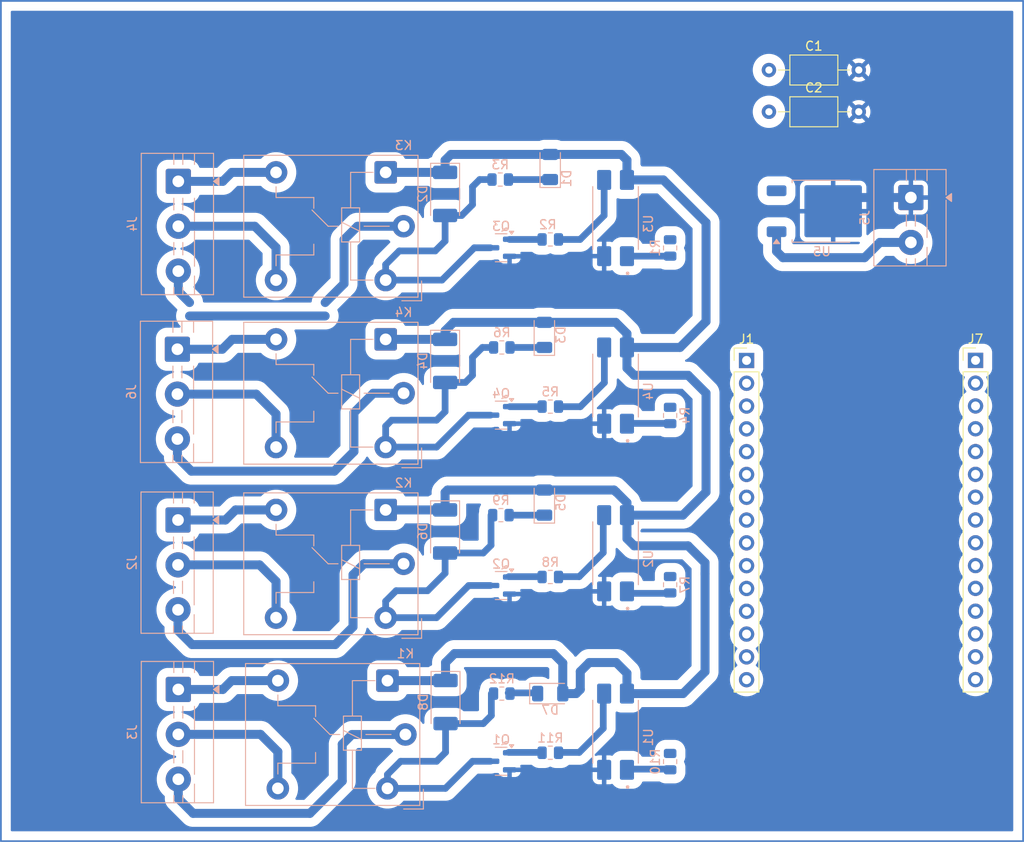
<source format=kicad_pcb>
(kicad_pcb (version 20241229) (generator "pcbnew") (generator_version "9.0")
  (layers (0 "F.Cu" signal) (2 "B.Cu" signal) (13 "F.Paste" user) (15 "B.Paste" user) (5 "F.SilkS" user "F.Silkscreen") (7 "B.SilkS" user "B.Silkscreen") (1 "F.Mask" user) (3 "B.Mask" user) (25 "Edge.Cuts" user))
  (net 0 "")
  (net 1 "Net-(D1-K)")
  (net 2 "Net-(D2-A)")
  (net 3 "Net-(D3-K)")
  (net 4 "Net-(D4-A)")
  (net 5 "Net-(D5-K)")
  (net 6 "Net-(D6-A)")
  (net 7 "Net-(D7-K)")
  (net 8 "Net-(D8-A)")
  (net 9 "NA3")
  (net 10 "NA4")
  (net 11 "NA1")
  (net 12 "NA2")
  (net 13 "GND")
  (net 14 "Net-(Q1-B)")
  (net 15 "Net-(Q2-B)")
  (net 16 "Net-(Q3-B)")
  (net 17 "Net-(Q4-B)")
  (net 18 "Net-(R1-Pad2)")
  (net 19 "Net-(R2-Pad1)")
  (net 20 "Net-(R4-Pad1)")
  (net 21 "Net-(R5-Pad1)")
  (net 22 "Net-(R7-Pad1)")
  (net 23 "Net-(R8-Pad1)")
  (net 24 "Net-(R10-Pad2)")
  (net 25 "Net-(R11-Pad1)")
  (net 26 "COM4")
  (net 27 "NC4")
  (net 28 "COM2")
  (net 29 "NC2")
  (net 30 "NC1")
  (net 31 "COM3")
  (net 32 "NC3")
  (net 33 "Net-(J5-Pin_2)")
  (net 34 "COM1")
  (net 35 "D27")
  (net 36 "D26")
  (net 37 "VN")
  (net 38 "D33")
  (net 39 "VP")
  (net 40 "D13")
  (net 41 "D14")
  (net 42 "D32")
  (net 43 "D12")
  (net 44 "EN")
  (net 45 "VIN")
  (net 46 "D25")
  (net 47 "D34")
  (net 48 "D35")
  (net 49 "TX0")
  (net 50 "D5")
  (net 51 "D4")
  (net 52 "D23")
  (net 53 "D18")
  (net 54 "DX2")
  (net 55 "D19")
  (net 56 "D15")
  (net 57 "D21")
  (net 58 "D22")
  (net 59 "RX2")
  (net 60 "RX0")
  (net 61 "D2")
  (net 62 "3V3")
  (footprint "Connector_PinHeader_2.54mm:PinHeader_1x15_P2.54mm_Vertical" (layer "F.Cu") (at 162.51 56.35)
    (property "Reference" "J1" (at 0 -2.38 0) (layer "F.SilkS"))
    (property "Value" "Conn_01x15")
    (pad "1" thru_hole rect (at 0 0) (size 1.7 1.7) (drill 1) (layers "*.Cu" "*.Mask") (net 44 "EN"))
    (pad "2" thru_hole circle (at 0 2.54) (size 1.7 1.7) (drill 1) (layers "*.Cu" "*.Mask") (net 39 "VP"))
    (pad "3" thru_hole circle (at 0 5.08) (size 1.7 1.7) (drill 1) (layers "*.Cu" "*.Mask") (net 37 "VN"))
    (pad "4" thru_hole circle (at 0 7.62) (size 1.7 1.7) (drill 1) (layers "*.Cu" "*.Mask") (net 47 "D34"))
    (pad "5" thru_hole circle (at 0 10.16) (size 1.7 1.7) (drill 1) (layers "*.Cu" "*.Mask") (net 48 "D35"))
    (pad "6" thru_hole circle (at 0 12.7) (size 1.7 1.7) (drill 1) (layers "*.Cu" "*.Mask") (net 42 "D32"))
    (pad "7" thru_hole circle (at 0 15.24) (size 1.7 1.7) (drill 1) (layers "*.Cu" "*.Mask") (net 38 "D33"))
    (pad "8" thru_hole circle (at 0 17.78) (size 1.7 1.7) (drill 1) (layers "*.Cu" "*.Mask") (net 46 "D25"))
    (pad "9" thru_hole circle (at 0 20.32) (size 1.7 1.7) (drill 1) (layers "*.Cu" "*.Mask") (net 36 "D26"))
    (pad "10" thru_hole circle (at 0 22.86) (size 1.7 1.7) (drill 1) (layers "*.Cu" "*.Mask") (net 35 "D27"))
    (pad "11" thru_hole circle (at 0 25.4) (size 1.7 1.7) (drill 1) (layers "*.Cu" "*.Mask") (net 41 "D14"))
    (pad "12" thru_hole circle (at 0 27.94) (size 1.7 1.7) (drill 1) (layers "*.Cu" "*.Mask") (net 43 "D12"))
    (pad "13" thru_hole circle (at 0 30.48) (size 1.7 1.7) (drill 1) (layers "*.Cu" "*.Mask") (net 40 "D13"))
    (pad "14" thru_hole circle (at 0 33.02) (size 1.7 1.7) (drill 1) (layers "*.Cu" "*.Mask") (net 13 "GND"))
    (pad "15" thru_hole circle (at 0 35.56) (size 1.7 1.7) (drill 1) (layers "*.Cu" "*.Mask") (net 45 "VIN"))
  )
  (footprint "Capacitor_THT:C_Axial_L5.1mm_D3.1mm_P10.00mm_Horizontal" (layer "F.Cu") (at 165 28.65)
    (property "Reference" "C2" (at 5 -2.67 0) (layer "F.SilkS"))
    (property "Value" "C_Small")
    (pad "1" thru_hole circle (at 0 0) (size 1.6 1.6) (drill 0.8) (layers "*.Cu" "*.Mask") (net 45 "VIN"))
    (pad "2" thru_hole circle (at 10 0) (size 1.6 1.6) (drill 0.8) (layers "*.Cu" "*.Mask") (net 13 "GND"))
  )
  (footprint "Connector_PinHeader_2.54mm:PinHeader_1x15_P2.54mm_Vertical" (layer "F.Cu") (at 188 56.34)
    (property "Reference" "J7" (at 0 -2.38 0) (layer "F.SilkS"))
    (property "Value" "Conn_01x15")
    (pad "1" thru_hole rect (at 0 0) (size 1.7 1.7) (drill 1) (layers "*.Cu" "*.Mask") (net 62 "3V3"))
    (pad "2" thru_hole circle (at 0 2.54) (size 1.7 1.7) (drill 1) (layers "*.Cu" "*.Mask") (net 13 "GND"))
    (pad "3" thru_hole circle (at 0 5.08) (size 1.7 1.7) (drill 1) (layers "*.Cu" "*.Mask") (net 56 "D15"))
    (pad "4" thru_hole circle (at 0 7.62) (size 1.7 1.7) (drill 1) (layers "*.Cu" "*.Mask") (net 61 "D2"))
    (pad "5" thru_hole circle (at 0 10.16) (size 1.7 1.7) (drill 1) (layers "*.Cu" "*.Mask") (net 51 "D4"))
    (pad "6" thru_hole circle (at 0 12.7) (size 1.7 1.7) (drill 1) (layers "*.Cu" "*.Mask") (net 59 "RX2"))
    (pad "7" thru_hole circle (at 0 15.24) (size 1.7 1.7) (drill 1) (layers "*.Cu" "*.Mask") (net 54 "DX2"))
    (pad "8" thru_hole circle (at 0 17.78) (size 1.7 1.7) (drill 1) (layers "*.Cu" "*.Mask") (net 50 "D5"))
    (pad "9" thru_hole circle (at 0 20.32) (size 1.7 1.7) (drill 1) (layers "*.Cu" "*.Mask") (net 53 "D18"))
    (pad "10" thru_hole circle (at 0 22.86) (size 1.7 1.7) (drill 1) (layers "*.Cu" "*.Mask") (net 55 "D19"))
    (pad "11" thru_hole circle (at 0 25.4) (size 1.7 1.7) (drill 1) (layers "*.Cu" "*.Mask") (net 57 "D21"))
    (pad "12" thru_hole circle (at 0 27.94) (size 1.7 1.7) (drill 1) (layers "*.Cu" "*.Mask") (net 60 "RX0"))
    (pad "13" thru_hole circle (at 0 30.48) (size 1.7 1.7) (drill 1) (layers "*.Cu" "*.Mask") (net 49 "TX0"))
    (pad "14" thru_hole circle (at 0 33.02) (size 1.7 1.7) (drill 1) (layers "*.Cu" "*.Mask") (net 58 "D22"))
    (pad "15" thru_hole circle (at 0 35.56) (size 1.7 1.7) (drill 1) (layers "*.Cu" "*.Mask") (net 52 "D23"))
  )
  (footprint "Capacitor_THT:C_Axial_L5.1mm_D3.1mm_P10.00mm_Horizontal" (layer "F.Cu") (at 165 24)
    (property "Reference" "C1" (at 5 -2.67 0) (layer "F.SilkS"))
    (property "Value" "C_Small")
    (pad "1" thru_hole circle (at 0 0) (size 1.6 1.6) (drill 0.8) (layers "*.Cu" "*.Mask") (net 45 "VIN"))
    (pad "2" thru_hole circle (at 10 0) (size 1.6 1.6) (drill 0.8) (layers "*.Cu" "*.Mask") (net 13 "GND"))
  )
  (footprint "Resistor_SMD:R_0805_2012Metric" (layer "B.Cu") (at 154 43.82 -90)
    (property "Reference" "R1" (at 0 1.65 90) (layer "B.SilkS") (effects (justify mirror)))
    (property "Value" "220")
    (pad "1" smd roundrect (at -0.9125 0 270) (size 1.025 1.4) (layers "B.Cu" "B.Mask" "B.Paste") (roundrect_rratio 0.243902) (net 53 "D18"))
    (pad "2" smd roundrect (at 0.9125 0 270) (size 1.025 1.4) (layers "B.Cu" "B.Mask" "B.Paste") (roundrect_rratio 0.243902) (net 18 "Net-(R1-Pad2)"))
  )
  (footprint "PC817SMD:SOIC254P1000X400-4N" (layer "B.Cu") (at 147.925 59.1475 90)
    (property "Reference" "U4" (at -0.625 3.652 90) (layer "B.SilkS") (effects (justify mirror)))
    (property "Value" "PC817")
    (pad "1" smd roundrect (at -4.245 1.27 90) (size 2.22 1.57) (layers "B.Cu" "B.Mask" "B.Paste") (roundrect_rratio 0.125) (net 20 "Net-(R4-Pad1)"))
    (pad "2" smd roundrect (at -4.245 -1.27 90) (size 2.22 1.57) (layers "B.Cu" "B.Mask" "B.Paste") (roundrect_rratio 0.125) (net 13 "GND"))
    (pad "3" smd roundrect (at 4.245 -1.27 90) (size 2.22 1.57) (layers "B.Cu" "B.Mask" "B.Paste") (roundrect_rratio 0.125) (net 21 "Net-(R5-Pad1)"))
    (pad "4" smd roundrect (at 4.245 1.27 90) (size 2.22 1.57) (layers "B.Cu" "B.Mask" "B.Paste") (roundrect_rratio 0.125) (net 45 "VIN"))
  )
  (footprint "Relay_THT:Relay_SPDT_Hongfa_JQC-3FF_0XX-1Z" (layer "B.Cu") (at 122.3325 54 180)
    (property "Reference" "K4" (at -2 3 0) (layer "B.SilkS") (effects (justify mirror)))
    (property "Value" "JQC-3FF-005-1Z")
    (pad "11" thru_hole circle (at -2 -6 180) (size 2.5 2.5) (drill 1.3) (layers "*.Cu" "*.Mask") (net 26 "COM4"))
    (pad "12" thru_hole circle (at 12.2 0 180) (size 2.5 2.5) (drill 1.3) (layers "*.Cu" "*.Mask") (net 10 "NA4"))
    (pad "14" thru_hole circle (at 12.2 -12 180) (size 2.5 2.5) (drill 1.3) (layers "*.Cu" "*.Mask") (net 27 "NC4"))
    (pad "A1" thru_hole roundrect (at 0 0 180) (size 2.5 2.5) (drill 1.3) (layers "*.Cu" "*.Mask") (roundrect_rratio 0.1) (net 45 "VIN"))
    (pad "A2" thru_hole circle (at 0 -12 180) (size 2.5 2.5) (drill 1.3) (layers "*.Cu" "*.Mask") (net 4 "Net-(D4-A)"))
  )
  (footprint "TerminalBlock:TerminalBlock_MaiXu_MX126-5.0-03P_1x03_P5.00mm" (layer "B.Cu") (at 99.15 55.1 -90)
    (property "Reference" "J6" (at 4.75 5.12 90) (layer "B.SilkS") (effects (justify mirror)))
    (property "Value" "Screw_Terminal_01x03")
    (pad "1" thru_hole roundrect (at 0 0 270) (size 2.8 2.8) (drill 1.3) (layers "*.Cu" "*.Mask") (roundrect_rratio 0.089286) (net 10 "NA4"))
    (pad "2" thru_hole circle (at 5 0 270) (size 2.8 2.8) (drill 1.3) (layers "*.Cu" "*.Mask") (net 27 "NC4"))
    (pad "3" thru_hole circle (at 10 0 270) (size 2.8 2.8) (drill 1.3) (layers "*.Cu" "*.Mask") (net 26 "COM4"))
  )
  (footprint "LED_SMD:LED_1206_3216Metric" (layer "B.Cu") (at 140.65 93.46)
    (property "Reference" "D7" (at 0 1.83 0) (layer "B.SilkS") (effects (justify mirror)))
    (property "Value" "led smd 1206")
    (pad "1" smd roundrect (at -1.4 0) (size 1.25 1.75) (layers "B.Cu" "B.Mask" "B.Paste") (roundrect_rratio 0.2) (net 7 "Net-(D7-K)"))
    (pad "2" smd roundrect (at 1.4 0) (size 1.25 1.75) (layers "B.Cu" "B.Mask" "B.Paste") (roundrect_rratio 0.2) (net 45 "VIN"))
  )
  (footprint "Resistor_SMD:R_0805_2012Metric" (layer "B.Cu") (at 154 101.0375 -90)
    (property "Reference" "R10" (at 0 1.65 90) (layer "B.SilkS") (effects (justify mirror)))
    (property "Value" "220")
    (pad "1" smd roundrect (at -0.9125 0 270) (size 1.025 1.4) (layers "B.Cu" "B.Mask" "B.Paste") (roundrect_rratio 0.243902) (net 57 "D21"))
    (pad "2" smd roundrect (at 0.9125 0 270) (size 1.025 1.4) (layers "B.Cu" "B.Mask" "B.Paste") (roundrect_rratio 0.243902) (net 24 "Net-(R10-Pad2)"))
  )
  (footprint "Resistor_SMD:R_0805_2012Metric" (layer "B.Cu") (at 135.2625 54.9025 180)
    (property "Reference" "R6" (at 0 1.65 0) (layer "B.SilkS") (effects (justify mirror)))
    (property "Value" "220")
    (pad "1" smd roundrect (at -0.9125 0 180) (size 1.025 1.4) (layers "B.Cu" "B.Mask" "B.Paste") (roundrect_rratio 0.243902) (net 3 "Net-(D3-K)"))
    (pad "2" smd roundrect (at 0.9125 0 180) (size 1.025 1.4) (layers "B.Cu" "B.Mask" "B.Paste") (roundrect_rratio 0.243902) (net 4 "Net-(D4-A)"))
  )
  (footprint "Package_TO_SOT_SMD:TO-252-2" (layer "B.Cu") (at 170.89 39.7275)
    (property "Reference" "U5" (at 0 4.5 0) (layer "B.SilkS") (effects (justify mirror)))
    (property "Value" "KA78M05_TO252")
    (pad "1" smd roundrect (at -5.04 2.28) (size 2.2 1.2) (layers "B.Cu" "B.Mask" "B.Paste") (roundrect_rratio 0.208333) (net 33 "Net-(J5-Pin_2)"))
    (pad "2" smd roundrect (at 1.26 0) (size 6.4 5.8) (layers "B.Cu" "B.Mask") (roundrect_rratio 0.043103) (net 13 "GND"))
    (pad "3" smd roundrect (at -5.04 -2.28) (size 2.2 1.2) (layers "B.Cu" "B.Mask" "B.Paste") (roundrect_rratio 0.208333) (net 45 "VIN"))
  )
  (footprint "Relay_THT:Relay_SPDT_Hongfa_JQC-3FF_0XX-1Z" (layer "B.Cu") (at 122.3325 35.4 180)
    (property "Reference" "K3" (at -2 3 0) (layer "B.SilkS") (effects (justify mirror)))
    (property "Value" "JQC-3FF-005-1Z")
    (pad "11" thru_hole circle (at -2 -6 180) (size 2.5 2.5) (drill 1.3) (layers "*.Cu" "*.Mask") (net 31 "COM3"))
    (pad "12" thru_hole circle (at 12.2 0 180) (size 2.5 2.5) (drill 1.3) (layers "*.Cu" "*.Mask") (net 9 "NA3"))
    (pad "14" thru_hole circle (at 12.2 -12 180) (size 2.5 2.5) (drill 1.3) (layers "*.Cu" "*.Mask") (net 32 "NC3"))
    (pad "A1" thru_hole roundrect (at 0 0 180) (size 2.5 2.5) (drill 1.3) (layers "*.Cu" "*.Mask") (roundrect_rratio 0.1) (net 45 "VIN"))
    (pad "A2" thru_hole circle (at 0 -12 180) (size 2.5 2.5) (drill 1.3) (layers "*.Cu" "*.Mask") (net 2 "Net-(D2-A)"))
  )
  (footprint "LED_SMD:LED_1206_3216Metric" (layer "B.Cu") (at 140.65 34.8 90)
    (property "Reference" "D1" (at -1.275 1.83 90) (layer "B.SilkS") (effects (justify mirror)))
    (property "Value" "led smd 1206")
    (pad "1" smd roundrect (at -1.4 0 90) (size 1.25 1.75) (layers "B.Cu" "B.Mask" "B.Paste") (roundrect_rratio 0.2) (net 1 "Net-(D1-K)"))
    (pad "2" smd roundrect (at 1.4 0 90) (size 1.25 1.75) (layers "B.Cu" "B.Mask" "B.Paste") (roundrect_rratio 0.2) (net 45 "VIN"))
  )
  (footprint "LED_SMD:LED_1206_3216Metric" (layer "B.Cu") (at 140 53.5025 90)
    (property "Reference" "D3" (at 0 1.83 90) (layer "B.SilkS") (effects (justify mirror)))
    (property "Value" "led smd 1206")
    (pad "1" smd roundrect (at -1.4 0 90) (size 1.25 1.75) (layers "B.Cu" "B.Mask" "B.Paste") (roundrect_rratio 0.2) (net 3 "Net-(D3-K)"))
    (pad "2" smd roundrect (at 1.4 0 90) (size 1.25 1.75) (layers "B.Cu" "B.Mask" "B.Paste") (roundrect_rratio 0.2) (net 45 "VIN"))
  )
  (footprint "Package_TO_SOT_SMD:SOT-23" (layer "B.Cu") (at 135.1875 81.4225 180)
    (property "Reference" "Q2" (at 0 2.4 0) (layer "B.SilkS") (effects (justify mirror)))
    (property "Value" "MMBT3904")
    (pad "1" smd roundrect (at -0.9375 0.95 180) (size 1.475 0.6) (layers "B.Cu" "B.Mask" "B.Paste") (net 15 "Net-(Q2-B)"))
    (pad "2" smd roundrect (at -0.9375 -0.95 180) (size 1.475 0.6) (layers "B.Cu" "B.Mask" "B.Paste") (net 13 "GND"))
    (pad "3" smd roundrect (at 0.9375 0 180) (size 1.475 0.6) (layers "B.Cu" "B.Mask" "B.Paste") (net 6 "Net-(D6-A)"))
  )
  (footprint "TerminalBlock:TerminalBlock_MaiXu_MX126-5.0-03P_1x03_P5.00mm" (layer "B.Cu") (at 99.2175 74.1225 -90)
    (property "Reference" "J2" (at 4.75 5.12 90) (layer "B.SilkS") (effects (justify mirror)))
    (property "Value" "Screw_Terminal_01x03")
    (pad "1" thru_hole roundrect (at 0 0 270) (size 2.8 2.8) (drill 1.3) (layers "*.Cu" "*.Mask") (roundrect_rratio 0.089286) (net 12 "NA2"))
    (pad "2" thru_hole circle (at 5 0 270) (size 2.8 2.8) (drill 1.3) (layers "*.Cu" "*.Mask") (net 29 "NC2"))
    (pad "3" thru_hole circle (at 10 0 270) (size 2.8 2.8) (drill 1.3) (layers "*.Cu" "*.Mask") (net 28 "COM2"))
  )
  (footprint "Relay_THT:Relay_SPDT_Hongfa_JQC-3FF_0XX-1Z" (layer "B.Cu") (at 122.3325 73 180)
    (property "Reference" "K2" (at -2 3 0) (layer "B.SilkS") (effects (justify mirror)))
    (property "Value" "JQC-3FF-005-1Z")
    (pad "11" thru_hole circle (at -2 -6 180) (size 2.5 2.5) (drill 1.3) (layers "*.Cu" "*.Mask") (net 28 "COM2"))
    (pad "12" thru_hole circle (at 12.2 0 180) (size 2.5 2.5) (drill 1.3) (layers "*.Cu" "*.Mask") (net 12 "NA2"))
    (pad "14" thru_hole circle (at 12.2 -12 180) (size 2.5 2.5) (drill 1.3) (layers "*.Cu" "*.Mask") (net 29 "NC2"))
    (pad "A1" thru_hole roundrect (at 0 0 180) (size 2.5 2.5) (drill 1.3) (layers "*.Cu" "*.Mask") (roundrect_rratio 0.1) (net 45 "VIN"))
    (pad "A2" thru_hole circle (at 0 -12 180) (size 2.5 2.5) (drill 1.3) (layers "*.Cu" "*.Mask") (net 6 "Net-(D6-A)"))
  )
  (footprint "Diode_SMD:D_MELF" (layer "B.Cu") (at 128.95 56.4 -90)
    (property "Reference" "D4" (at 0 2.5 90) (layer "B.SilkS") (effects (justify mirror)))
    (property "Value" "SM4007")
    (pad "1" smd roundrect (at -2.4 0 270) (size 1.5 2.7) (layers "B.Cu" "B.Mask" "B.Paste") (roundrect_rratio 0.1666666667) (net 45 "VIN"))
    (pad "2" smd roundrect (at 2.4 0 270) (size 1.5 2.7) (layers "B.Cu" "B.Mask" "B.Paste") (roundrect_rratio 0.1666666667) (net 4 "Net-(D4-A)"))
  )
  (footprint "Package_TO_SOT_SMD:SOT-23" (layer "B.Cu") (at 135.1875 62.4425 180)
    (property "Reference" "Q4" (at 0 2.4 0) (layer "B.SilkS") (effects (justify mirror)))
    (property "Value" "MMBT3904")
    (pad "1" smd roundrect (at -0.9375 0.95 180) (size 1.475 0.6) (layers "B.Cu" "B.Mask" "B.Paste") (net 17 "Net-(Q4-B)"))
    (pad "2" smd roundrect (at -0.9375 -0.95 180) (size 1.475 0.6) (layers "B.Cu" "B.Mask" "B.Paste") (net 13 "GND"))
    (pad "3" smd roundrect (at 0.9375 0 180) (size 1.475 0.6) (layers "B.Cu" "B.Mask" "B.Paste") (net 4 "Net-(D4-A)"))
  )
  (footprint "Resistor_SMD:R_0805_2012Metric" (layer "B.Cu") (at 140.6625 80.4725 180)
    (property "Reference" "R8" (at 0 1.65 0) (layer "B.SilkS") (effects (justify mirror)))
    (property "Value" "1k")
    (pad "1" smd roundrect (at -0.9125 0 180) (size 1.025 1.4) (layers "B.Cu" "B.Mask" "B.Paste") (roundrect_rratio 0.243902) (net 23 "Net-(R8-Pad1)"))
    (pad "2" smd roundrect (at 0.9125 0 180) (size 1.025 1.4) (layers "B.Cu" "B.Mask" "B.Paste") (roundrect_rratio 0.243902) (net 15 "Net-(Q2-B)"))
  )
  (footprint "Package_TO_SOT_SMD:SOT-23" (layer "B.Cu") (at 135.1875 43.8 180)
    (property "Reference" "Q3" (at 0 2.4 0) (layer "B.SilkS") (effects (justify mirror)))
    (property "Value" "MMBT3904")
    (pad "1" smd roundrect (at -0.9375 0.95 180) (size 1.475 0.6) (layers "B.Cu" "B.Mask" "B.Paste") (net 16 "Net-(Q3-B)"))
    (pad "2" smd roundrect (at -0.9375 -0.95 180) (size 1.475 0.6) (layers "B.Cu" "B.Mask" "B.Paste") (net 13 "GND"))
    (pad "3" smd roundrect (at 0.9375 0 180) (size 1.475 0.6) (layers "B.Cu" "B.Mask" "B.Paste") (net 2 "Net-(D2-A)"))
  )
  (footprint "Resistor_SMD:R_0805_2012Metric" (layer "B.Cu") (at 154 81.335 90)
    (property "Reference" "R7" (at 0 1.65 90) (layer "B.SilkS") (effects (justify mirror)))
    (property "Value" "220")
    (pad "1" smd roundrect (at -0.9125 0 90) (size 1.025 1.4) (layers "B.Cu" "B.Mask" "B.Paste") (roundrect_rratio 0.243902) (net 22 "Net-(R7-Pad1)"))
    (pad "2" smd roundrect (at 0.9125 0 90) (size 1.025 1.4) (layers "B.Cu" "B.Mask" "B.Paste") (roundrect_rratio 0.243902) (net 55 "D19"))
  )
  (footprint "PC817SMD:SOIC254P1000X400-4N" (layer "B.Cu") (at 147.925 97.705 90)
    (property "Reference" "U1" (at -0.625 3.652 90) (layer "B.SilkS") (effects (justify mirror)))
    (property "Value" "PC817")
    (pad "1" smd roundrect (at -4.245 1.27 90) (size 2.22 1.57) (layers "B.Cu" "B.Mask" "B.Paste") (roundrect_rratio 0.125) (net 24 "Net-(R10-Pad2)"))
    (pad "2" smd roundrect (at -4.245 -1.27 90) (size 2.22 1.57) (layers "B.Cu" "B.Mask" "B.Paste") (roundrect_rratio 0.125) (net 13 "GND"))
    (pad "3" smd roundrect (at 4.245 -1.27 90) (size 2.22 1.57) (layers "B.Cu" "B.Mask" "B.Paste") (roundrect_rratio 0.125) (net 25 "Net-(R11-Pad1)"))
    (pad "4" smd roundrect (at 4.245 1.27 90) (size 2.22 1.57) (layers "B.Cu" "B.Mask" "B.Paste") (roundrect_rratio 0.125) (net 45 "VIN"))
  )
  (footprint "Resistor_SMD:R_0805_2012Metric" (layer "B.Cu") (at 135.2625 93.46 180)
    (property "Reference" "R12" (at 0 1.65 0) (layer "B.SilkS") (effects (justify mirror)))
    (property "Value" "220")
    (pad "1" smd roundrect (at -0.9125 0 180) (size 1.025 1.4) (layers "B.Cu" "B.Mask" "B.Paste") (roundrect_rratio 0.243902) (net 7 "Net-(D7-K)"))
    (pad "2" smd roundrect (at 0.9125 0 180) (size 1.025 1.4) (layers "B.Cu" "B.Mask" "B.Paste") (roundrect_rratio 0.243902) (net 8 "Net-(D8-A)"))
  )
  (footprint "Package_TO_SOT_SMD:SOT-23" (layer "B.Cu") (at 135.1875 101 180)
    (property "Reference" "Q1" (at 0 2.4 0) (layer "B.SilkS") (effects (justify mirror)))
    (property "Value" "MMBT3904")
    (pad "1" smd roundrect (at -0.9375 0.95 180) (size 1.475 0.6) (layers "B.Cu" "B.Mask" "B.Paste") (net 14 "Net-(Q1-B)"))
    (pad "2" smd roundrect (at -0.9375 -0.95 180) (size 1.475 0.6) (layers "B.Cu" "B.Mask" "B.Paste") (net 13 "GND"))
    (pad "3" smd roundrect (at 0.9375 0 180) (size 1.475 0.6) (layers "B.Cu" "B.Mask" "B.Paste") (net 8 "Net-(D8-A)"))
  )
  (footprint "LED_SMD:LED_1206_3216Metric" (layer "B.Cu") (at 140 72.1825 90)
    (property "Reference" "D5" (at 0 1.83 90) (layer "B.SilkS") (effects (justify mirror)))
    (property "Value" "led smd 1206" (hide yes))
    (pad "1" smd roundrect (at -1.4 0 90) (size 1.25 1.75) (layers "B.Cu" "B.Mask" "B.Paste") (roundrect_rratio 0.2) (net 5 "Net-(D5-K)"))
    (pad "2" smd roundrect (at 1.4 0 90) (size 1.25 1.75) (layers "B.Cu" "B.Mask" "B.Paste") (roundrect_rratio 0.2) (net 45 "VIN"))
  )
  (footprint "Resistor_SMD:R_0805_2012Metric" (layer "B.Cu") (at 140.6625 100.05 180)
    (property "Reference" "R11" (at 0 1.65 0) (layer "B.SilkS") (effects (justify mirror)))
    (property "Value" "1k")
    (pad "1" smd roundrect (at -0.9125 0 180) (size 1.025 1.4) (layers "B.Cu" "B.Mask" "B.Paste") (roundrect_rratio 0.243902) (net 25 "Net-(R11-Pad1)"))
    (pad "2" smd roundrect (at 0.9125 0 180) (size 1.025 1.4) (layers "B.Cu" "B.Mask" "B.Paste") (roundrect_rratio 0.243902) (net 14 "Net-(Q1-B)"))
  )
  (footprint "Resistor_SMD:R_0805_2012Metric" (layer "B.Cu") (at 140.6625 42.8725 180)
    (property "Reference" "R2" (at 0.28631 1.65 0) (layer "B.SilkS") (effects (justify mirror)))
    (property "Value" "1k")
    (pad "1" smd roundrect (at -0.9125 0 180) (size 1.025 1.4) (layers "B.Cu" "B.Mask" "B.Paste") (roundrect_rratio 0.243902) (net 19 "Net-(R2-Pad1)"))
    (pad "2" smd roundrect (at 0.9125 0 180) (size 1.025 1.4) (layers "B.Cu" "B.Mask" "B.Paste") (roundrect_rratio 0.243902) (net 16 "Net-(Q3-B)"))
  )
  (footprint "Resistor_SMD:R_0805_2012Metric" (layer "B.Cu") (at 154 62.48 90)
    (property "Reference" "R4" (at 0 1.65 90) (layer "B.SilkS") (effects (justify mirror)))
    (property "Value" "220")
    (pad "1" smd roundrect (at -0.9125 0 90) (size 1.025 1.4) (layers "B.Cu" "B.Mask" "B.Paste") (roundrect_rratio 0.243902) (net 20 "Net-(R4-Pad1)"))
    (pad "2" smd roundrect (at 0.9125 0 90) (size 1.025 1.4) (layers "B.Cu" "B.Mask" "B.Paste") (roundrect_rratio 0.243902) (net 50 "D5"))
  )
  (footprint "TerminalBlock:TerminalBlock_MaiXu_MX126-5.0-03P_1x03_P5.00mm" (layer "B.Cu") (at 99.25 93 -90)
    (property "Reference" "J3" (at 4.75 5.12 90) (layer "B.SilkS") (effects (justify mirror)))
    (property "Value" "Screw_Terminal_01x03")
    (pad "1" thru_hole roundrect (at 0 0 270) (size 2.8 2.8) (drill 1.3) (layers "*.Cu" "*.Mask") (roundrect_rratio 0.089286) (net 11 "NA1"))
    (pad "2" thru_hole circle (at 5 0 270) (size 2.8 2.8) (drill 1.3) (layers "*.Cu" "*.Mask") (net 30 "NC1"))
    (pad "3" thru_hole circle (at 10 0 270) (size 2.8 2.8) (drill 1.3) (layers "*.Cu" "*.Mask") (net 34 "COM1"))
  )
  (footprint "PC817SMD:SOIC254P1000X400-4N" (layer "B.Cu") (at 147.925 40.4875 90)
    (property "Reference" "U3" (at -0.625 3.652 90) (layer "B.SilkS") (effects (justify mirror)))
    (property "Value" "PC817")
    (pad "1" smd roundrect (at -4.245 1.27 90) (size 2.22 1.57) (layers "B.Cu" "B.Mask" "B.Paste") (roundrect_rratio 0.125) (net 18 "Net-(R1-Pad2)"))
    (pad "2" smd roundrect (at -4.245 -1.27 90) (size 2.22 1.57) (layers "B.Cu" "B.Mask" "B.Paste") (roundrect_rratio 0.125) (net 13 "GND"))
    (pad "3" smd roundrect (at 4.245 -1.27 90) (size 2.22 1.57) (layers "B.Cu" "B.Mask" "B.Paste") (roundrect_rratio 0.125) (net 19 "Net-(R2-Pad1)"))
    (pad "4" smd roundrect (at 4.245 1.27 90) (size 2.22 1.57) (layers "B.Cu" "B.Mask" "B.Paste") (roundrect_rratio 0.125) (net 45 "VIN"))
  )
  (footprint "Resistor_SMD:R_0805_2012Metric" (layer "B.Cu") (at 140.6625 61.4925 180)
    (property "Reference" "R5" (at 0 1.65 0) (layer "B.SilkS") (effects (justify mirror)))
    (property "Value" "1k")
    (pad "1" smd roundrect (at -0.9125 0 180) (size 1.025 1.4) (layers "B.Cu" "B.Mask" "B.Paste") (roundrect_rratio 0.243902) (net 21 "Net-(R5-Pad1)"))
    (pad "2" smd roundrect (at 0.9125 0 180) (size 1.025 1.4) (layers "B.Cu" "B.Mask" "B.Paste") (roundrect_rratio 0.243902) (net 17 "Net-(Q4-B)"))
  )
  (footprint "TerminalBlock:TerminalBlock_MaiXu_MX126-5.0-03P_1x03_P5.00mm" (layer "B.Cu") (at 99.25 36.4 -90)
    (property "Reference" "J4" (at 4.75 5.12 90) (layer "B.SilkS") (effects (justify mirror)))
    (property "Value" "Screw_Terminal_01x03")
    (pad "1" thru_hole roundrect (at 0 0 270) (size 2.8 2.8) (drill 1.3) (layers "*.Cu" "*.Mask") (roundrect_rratio 0.089286) (net 9 "NA3"))
    (pad "2" thru_hole circle (at 5 0 270) (size 2.8 2.8) (drill 1.3) (layers "*.Cu" "*.Mask") (net 32 "NC3"))
    (pad "3" thru_hole circle (at 10 0 270) (size 2.8 2.8) (drill 1.3) (layers "*.Cu" "*.Mask") (net 31 "COM3"))
  )
  (footprint "PC817SMD:SOIC254P1000X400-4N" (layer "B.Cu") (at 147.925 77.8275 90)
    (property "Reference" "U2" (at -0.625 3.652 90) (layer "B.SilkS") (effects (justify mirror)))
    (property "Value" "PC817")
    (pad "1" smd roundrect (at -4.245 1.27 90) (size 2.22 1.57) (layers "B.Cu" "B.Mask" "B.Paste") (roundrect_rratio 0.125) (net 22 "Net-(R7-Pad1)"))
    (pad "2" smd roundrect (at -4.245 -1.27 90) (size 2.22 1.57) (layers "B.Cu" "B.Mask" "B.Paste") (roundrect_rratio 0.125) (net 13 "GND"))
    (pad "3" smd roundrect (at 4.245 -1.27 90) (size 2.22 1.57) (layers "B.Cu" "B.Mask" "B.Paste") (roundrect_rratio 0.125) (net 23 "Net-(R8-Pad1)"))
    (pad "4" smd roundrect (at 4.245 1.27 90) (size 2.22 1.57) (layers "B.Cu" "B.Mask" "B.Paste") (roundrect_rratio 0.125) (net 45 "VIN"))
  )
  (footprint "Diode_SMD:D_MELF" (layer "B.Cu") (at 128.95 75.4 -90)
    (property "Reference" "D6" (at 0 2.5 90) (layer "B.SilkS") (effects (justify mirror)))
    (property "Value" "SM4007")
    (pad "1" smd roundrect (at -2.4 0 270) (size 1.5 2.7) (layers "B.Cu" "B.Mask" "B.Paste") (roundrect_rratio 0.1666666667) (net 45 "VIN"))
    (pad "2" smd roundrect (at 2.4 0 270) (size 1.5 2.7) (layers "B.Cu" "B.Mask" "B.Paste") (roundrect_rratio 0.1666666667) (net 6 "Net-(D6-A)"))
  )
  (footprint "Diode_SMD:D_MELF" (layer "B.Cu") (at 128.95 37.8 -90)
    (property "Reference" "D2" (at 0 2.5 90) (layer "B.SilkS") (effects (justify mirror)))
    (property "Value" "SM4007")
    (pad "1" smd roundrect (at -2.4 0 270) (size 1.5 2.7) (layers "B.Cu" "B.Mask" "B.Paste") (roundrect_rratio 0.1666666667) (net 45 "VIN"))
    (pad "2" smd roundrect (at 2.4 0 270) (size 1.5 2.7) (layers "B.Cu" "B.Mask" "B.Paste") (roundrect_rratio 0.1666666667) (net 2 "Net-(D2-A)"))
  )
  (footprint "TerminalBlock:TerminalBlock_MaiXu_MX126-5.0-02P_1x02_P5.00mm" (layer "B.Cu") (at 180.8 38.2025 -90)
    (property "Reference" "J5" (at 2.25 5.12 90) (layer "B.SilkS") (effects (justify mirror)))
    (property "Value" "bateria")
    (pad "1" thru_hole roundrect (at 0 0 270) (size 2.8 2.8) (drill 1.3) (layers "*.Cu" "*.Mask") (roundrect_rratio 0.089286) (net 13 "GND"))
    (pad "2" thru_hole circle (at 5 0 270) (size 2.8 2.8) (drill 1.3) (layers "*.Cu" "*.Mask") (net 33 "Net-(J5-Pin_2)"))
  )
  (footprint "Diode_SMD:D_MELF" (layer "B.Cu") (at 129 94.4 -90)
    (property "Reference" "D8" (at 0 2.5 90) (layer "B.SilkS") (effects (justify mirror)))
    (property "Value" "SM4007")
    (pad "1" smd roundrect (at -2.4 0 270) (size 1.5 2.7) (layers "B.Cu" "B.Mask" "B.Paste") (roundrect_rratio 0.1666666667) (net 45 "VIN"))
    (pad "2" smd roundrect (at 2.4 0 270) (size 1.5 2.7) (layers "B.Cu" "B.Mask" "B.Paste") (roundrect_rratio 0.1666666667) (net 8 "Net-(D8-A)"))
  )
  (footprint "Relay_THT:Relay_SPDT_Hongfa_JQC-3FF_0XX-1Z" (layer "B.Cu") (at 122.5325 92.015 180)
    (property "Reference" "K1" (at -2 3 0) (layer "B.SilkS") (effects (justify mirror)))
    (property "Value" "JQC-3FF-005-1Z")
    (pad "11" thru_hole circle (at -2 -6 180) (size 2.5 2.5) (drill 1.3) (layers "*.Cu" "*.Mask") (net 34 "COM1"))
    (pad "12" thru_hole circle (at 12.2 0 180) (size 2.5 2.5) (drill 1.3) (layers "*.Cu" "*.Mask") (net 11 "NA1"))
    (pad "14" thru_hole circle (at 12.2 -12 180) (size 2.5 2.5) (drill 1.3) (layers "*.Cu" "*.Mask") (net 30 "NC1"))
    (pad "A1" thru_hole roundrect (at 0 0 180) (size 2.5 2.5) (drill 1.3) (layers "*.Cu" "*.Mask") (roundrect_rratio 0.1) (net 45 "VIN"))
    (pad "A2" thru_hole circle (at 0 -12 180) (size 2.5 2.5) (drill 1.3) (layers "*.Cu" "*.Mask") (net 8 "Net-(D8-A)"))
  )
  (footprint "Resistor_SMD:R_0805_2012Metric" (layer "B.Cu") (at 135.0875 36.2 180)
    (property "Reference" "R3" (at 0 1.65 0) (layer "B.SilkS") (effects (justify mirror)))
    (property "Value" "220")
    (pad "1" smd roundrect (at -0.9125 0 180) (size 1.025 1.4) (layers "B.Cu" "B.Mask" "B.Paste") (roundrect_rratio 0.243902) (net 1 "Net-(D1-K)"))
    (pad "2" smd roundrect (at 0.9125 0 180) (size 1.025 1.4) (layers "B.Cu" "B.Mask" "B.Paste") (roundrect_rratio 0.243902) (net 2 "Net-(D2-A)"))
  )
  (footprint "Resistor_SMD:R_0805_2012Metric" (layer "B.Cu") (at 135.1625 73.5825 180)
    (property "Reference" "R9" (at 0 1.65 0) (layer "B.SilkS") (effects (justify mirror)))
    (property "Value" "220")
    (pad "1" smd roundrect (at -0.9125 0 180) (size 1.025 1.4) (layers "B.Cu" "B.Mask" "B.Paste") (roundrect_rratio 0.243902) (net 5 "Net-(D5-K)"))
    (pad "2" smd roundrect (at 0.9125 0 180) (size 1.025 1.4) (layers "B.Cu" "B.Mask" "B.Paste") (roundrect_rratio 0.243902) (net 6 "Net-(D6-A)"))
  )
  (gr_rect (start 79.5 16.3) (end 193.3 109.9) (stroke (width 0.2)) (fill no) (layer "B.Cu"))
  (segment (start 140.65 36.2) (end 136.226 36.2) (width 0.75) (layer "B.Cu") (net 1))
  (segment (start 132.2 43.8) (end 133.998476 43.8) (width 0.75) (layer "B.Cu") (net 2))
  (segment (start 128.95 40.2) (end 130.8 40.2) (width 0.75) (layer "B.Cu") (net 2))
  (segment (start 132 39) (end 132 37) (width 0.75) (layer "B.Cu") (net 2))
  (segment (start 132 37) (end 132.8 36.2) (width 0.75) (layer "B.Cu") (net 2))
  (segment (start 132.8 36.2) (end 134.1115 36.2) (width 0.75) (layer "B.Cu") (net 2))
  (segment (start 128.95 40.2) (end 128.95 43.05) (width 0.75) (layer "B.Cu") (net 2))
  (segment (start 127.849 44.151) (end 123.849 44.151) (width 0.75) (layer "B.Cu") (net 2))
  (segment (start 128.6 47.4) (end 132.2 43.8) (width 0.75) (layer "B.Cu") (net 2))
  (segment (start 130.8 40.2) (end 132 39) (width 0.75) (layer "B.Cu") (net 2))
  (segment (start 122.3325 47.4) (end 128.6 47.4) (width 0.75) (layer "B.Cu") (net 2))
  (segment (start 128.95 43.05) (end 127.849 44.151) (width 0.75) (layer "B.Cu") (net 2))
  (segment (start 123.849 44.151) (end 122.3325 45.6675) (width 0.75) (layer "B.Cu") (net 2))
  (segment (start 122.3325 45.6675) (end 122.3325 47.4) (width 0.75) (layer "B.Cu") (net 2))
  (segment (start 140 54.9025) (end 136.3635 54.9025) (width 0.75) (layer "B.Cu") (net 3))
  (segment (start 122.3325 66) (end 128 66) (width 0.75) (layer "B.Cu") (net 4))
  (segment (start 122.3325 63.6675) (end 122.3325 66) (width 0.75) (layer "B.Cu") (net 4))
  (segment (start 128.95 58.8) (end 131.2 58.8) (width 0.75) (layer "B.Cu") (net 4))
  (segment (start 128.95 58.8) (end 128.95 62.05) (width 0.75) (layer "B.Cu") (net 4))
  (segment (start 123 63) (end 122.3325 63.6675) (width 0.75) (layer "B.Cu") (net 4))
  (segment (start 128 66) (end 131.5575 62.4425) (width 0.75) (layer "B.Cu") (net 4))
  (segment (start 128.95 62.05) (end 128 63) (width 0.75) (layer "B.Cu") (net 4))
  (segment (start 131.2 58.8) (end 132 58) (width 0.75) (layer "B.Cu") (net 4))
  (segment (start 133.0975 54.9025) (end 134.1615 54.9025) (width 0.75) (layer "B.Cu") (net 4))
  (segment (start 131.5575 62.4425) (end 133.998476 62.4425) (width 0.75) (layer "B.Cu") (net 4))
  (segment (start 132 58) (end 132 56) (width 0.75) (layer "B.Cu") (net 4))
  (segment (start 132 56) (end 133.0975 54.9025) (width 0.75) (layer "B.Cu") (net 4))
  (segment (start 128 63) (end 123 63) (width 0.75) (layer "B.Cu") (net 4))
  (segment (start 140 73.5825) (end 136.2635 73.5825) (width 0.75) (layer "B.Cu") (net 5))
  (segment (start 128.95 77.8) (end 128.95 80.05) (width 0.75) (layer "B.Cu") (net 6))
  (segment (start 128.95 80.05) (end 127 82) (width 0.75) (layer "B.Cu") (net 6))
  (segment (start 123.5 82) (end 122.3325 83.1675) (width 0.75) (layer "B.Cu") (net 6))
  (segment (start 122.3325 85) (end 128 85) (width 0.75) (layer "B.Cu") (net 6))
  (segment (start 134.0615 76.9385) (end 134.0615 73.5825) (width 0.75) (layer "B.Cu") (net 6))
  (segment (start 122.3325 83.1675) (end 122.3325 85) (width 0.75) (layer "B.Cu") (net 6))
  (segment (start 127 82) (end 123.5 82) (width 0.75) (layer "B.Cu") (net 6))
  (segment (start 128.95 77.8) (end 133.2 77.8) (width 0.75) (layer "B.Cu") (net 6))
  (segment (start 128 85) (end 131.5775 81.4225) (width 0.75) (layer "B.Cu") (net 6))
  (segment (start 133.2 77.8) (end 134.0615 76.9385) (width 0.75) (layer "B.Cu") (net 6))
  (segment (start 131.5775 81.4225) (end 133.998476 81.4225) (width 0.75) (layer "B.Cu") (net 6))
  (segment (start 139.15 93.38125) (end 135.975 93.38125) (width 0.75) (layer "B.Cu") (net 7))
  (segment (start 124 101) (end 122.5325 102.4675) (width 0.75) (layer "B.Cu") (net 8))
  (segment (start 134.099 95.901) (end 134.099 93.46) (width 0.75) (layer "B.Cu") (net 8))
  (segment (start 129 96.8) (end 129 100) (width 0.75) (layer "B.Cu") (net 8))
  (segment (start 128.985 104.015) (end 132 101) (width 0.75) (layer "B.Cu") (net 8))
  (segment (start 122.5325 102.4675) (end 122.5325 104.015) (width 0.75) (layer "B.Cu") (net 8))
  (segment (start 132 101) (end 133.998476 101) (width 0.75) (layer "B.Cu") (net 8))
  (segment (start 122.5325 104.015) (end 128.985 104.015) (width 0.75) (layer "B.Cu") (net 8))
  (segment (start 128 101) (end 124 101) (width 0.75) (layer "B.Cu") (net 8))
  (segment (start 129 96.8) (end 133.2 96.8) (width 0.75) (layer "B.Cu") (net 8))
  (segment (start 133.2 96.8) (end 134.099 95.901) (width 0.75) (layer "B.Cu") (net 8))
  (segment (start 129 100) (end 128 101) (width 0.75) (layer "B.Cu") (net 8))
  (segment (start 104.2 36.4) (end 105.2 35.4) (width 1) (layer "B.Cu") (net 9))
  (segment (start 99.25 36.4) (end 104.2 36.4) (width 1) (layer "B.Cu") (net 9))
  (segment (start 100.07 35.4) (end 99.15 36.32) (width 0.2) (layer "B.Cu") (net 9))
  (segment (start 105.2 35.4) (end 110.1325 35.4) (width 1) (layer "B.Cu") (net 9))
  (segment (start 99.15 55.1) (end 104.15 55.1) (width 1) (layer "B.Cu") (net 10))
  (segment (start 105.25 54) (end 110.1325 54) (width 1) (layer "B.Cu") (net 10))
  (segment (start 104.15 55.1) (end 105.25 54) (width 1) (layer "B.Cu") (net 10))
  (segment (start 104.2 93) (end 105.185 92.015) (width 1) (layer "B.Cu") (net 11))
  (segment (start 99.25 93) (end 104.2 93) (width 1) (layer "B.Cu") (net 11))
  (segment (start 105.185 92.015) (end 110.3325 92.015) (width 1) (layer "B.Cu") (net 11))
  (segment (start 105.6225 73) (end 110.1325 73) (width 1) (layer "B.Cu") (net 12))
  (segment (start 99.2175 74.1225) (end 104.5 74.1225) (width 1) (layer "B.Cu") (net 12))
  (segment (start 104.5 74.1225) (end 105.6225 73) (width 1) (layer "B.Cu") (net 12))
  (segment (start 180.8 38.2025) (end 173.675 38.2025) (width 1) (layer "B.Cu") (net 13))
  (segment (start 146.555 101.87125) (end 146.515 101.91125) (width 0.75) (layer "B.Cu") (net 13))
  (segment (start 146.68 63.36) (end 146.64 63.4) (width 0.75) (layer "B.Cu") (net 13))
  (segment (start 173.675 38.2025) (end 172.15 39.7275) (width 0.3) (layer "B.Cu") (net 13))
  (segment (start 146.555 82.29375) (end 146.515 82.33375) (width 0.3) (layer "B.Cu") (net 13))
  (segment (start 146.655 44.7325) (end 146.615 44.7725) (width 0.3) (layer "B.Cu") (net 13))
  (segment (start 139.65 100.01125) (end 136.025 100.01125) (width 0.75) (layer "B.Cu") (net 14))
  (segment (start 139.65 80.43375) (end 136.025 80.43375) (width 0.75) (layer "B.Cu") (net 15))
  (segment (start 139.75 42.8725) (end 136.125 42.8725) (width 0.75) (layer "B.Cu") (net 16))
  (segment (start 139.775 61.5) (end 136.15 61.5) (width 0.75) (layer "B.Cu") (net 17))
  (segment (start 154 44.7325) (end 149.195 44.7325) (width 0.75) (layer "B.Cu") (net 18))
  (segment (start 146.655 40.195) (end 146.655 36.2425) (width 0.75) (layer "B.Cu") (net 19))
  (segment (start 141.575 42.8725) (end 143.9775 42.8725) (width 0.75) (layer "B.Cu") (net 19))
  (segment (start 143.9775 42.8725) (end 146.655 40.195) (width 0.75) (layer "B.Cu") (net 19))
  (segment (start 154.025 63.36) (end 149.22 63.36) (width 0.75) (layer "B.Cu") (net 20))
  (segment (start 146.68 58.8225) (end 146.68 54.87) (width 0.75) (layer "B.Cu") (net 21))
  (segment (start 144.0025 61.5) (end 146.68 58.8225) (width 0.75) (layer "B.Cu") (net 21))
  (segment (start 141.6 61.5) (end 144.0025 61.5) (width 0.75) (layer "B.Cu") (net 21))
  (segment (start 153.9 82.29375) (end 149.095 82.29375) (width 0.75) (layer "B.Cu") (net 22))
  (segment (start 146.555 77.75625) (end 146.555 73.80375) (width 0.75) (layer "B.Cu") (net 23))
  (segment (start 143.8775 80.43375) (end 146.555 77.75625) (width 0.75) (layer "B.Cu") (net 23))
  (segment (start 141.475 80.43375) (end 143.8775 80.43375) (width 0.75) (layer "B.Cu") (net 23))
  (segment (start 153.9 101.87125) (end 149.095 101.87125) (width 0.75) (layer "B.Cu") (net 24))
  (segment (start 143.8775 100.01125) (end 146.555 97.33375) (width 0.75) (layer "B.Cu") (net 25))
  (segment (start 141.475 100.01125) (end 143.8775 100.01125) (width 0.75) (layer "B.Cu") (net 25))
  (segment (start 146.555 97.33375) (end 146.555 93.38125) (width 0.75) (layer "B.Cu") (net 25))
  (segment (start 118.8 62.17) (end 120.97 60) (width 1) (layer "B.Cu") (net 26))
  (segment (start 116.62 68.68) (end 118.8 66.5) (width 1) (layer "B.Cu") (net 26))
  (segment (start 99.15 65.1) (end 99.15 67.13) (width 1) (layer "B.Cu") (net 26))
  (segment (start 99.15 67.13) (end 100.7 68.68) (width 1) (layer "B.Cu") (net 26))
  (segment (start 100.7 68.68) (end 116.62 68.68) (width 1) (layer "B.Cu") (net 26))
  (segment (start 120.97 60) (end 124.3325 60) (width 1) (layer "B.Cu") (net 26))
  (segment (start 118.8 66.5) (end 118.8 62.17) (width 1) (layer "B.Cu") (net 26))
  (segment (start 107.92 60.1) (end 110.1325 62.3125) (width 1) (layer "B.Cu") (net 27))
  (segment (start 99.15 60.1) (end 107.92 60.1) (width 1) (layer "B.Cu") (net 27))
  (segment (start 110.1325 62.3125) (end 110.1325 66) (width 1) (layer "B.Cu") (net 27))
  (segment (start 118.7 80.2225) (end 119.9225 79) (width 1) (layer "B.Cu") (net 28))
  (segment (start 119.9225 79) (end 124.3325 79) (width 1) (layer "B.Cu") (net 28))
  (segment (start 118.7 86.0225) (end 118.7 80.2225) (width 1) (layer "B.Cu") (net 28))
  (segment (start 99.2175 84.1225) (end 99.2175 86.44) (width 1) (layer "B.Cu") (net 28))
  (segment (start 99.2175 86.44) (end 100.7775 88) (width 1) (layer "B.Cu") (net 28))
  (segment (start 100.7775 88) (end 116.7225 88) (width 1) (layer "B.Cu") (net 28))
  (segment (start 116.7225 88) (end 118.7 86.0225) (width 1) (layer "B.Cu") (net 28))
  (segment (start 110.1325 80.955) (end 110.1325 85) (width 1) (layer "B.Cu") (net 29))
  (segment (start 99.2175 79.1225) (end 108.3 79.1225) (width 1) (layer "B.Cu") (net 29))
  (segment (start 108.3 79.1225) (end 110.1325 80.955) (width 1) (layer "B.Cu") (net 29))
  (segment (start 108.4 98) (end 110.3325 99.9325) (width 1) (layer "B.Cu") (net 30))
  (segment (start 99.25 98) (end 108.4 98) (width 1) (layer "B.Cu") (net 30))
  (segment (start 110.3325 99.9325) (end 110.3325 104.015) (width 1) (layer "B.Cu") (net 30))
  (segment (start 119.2 41.4) (end 124.3325 41.4) (width 1) (layer "B.Cu") (net 31))
  (segment (start 117.7 42.9) (end 119.2 41.4) (width 1) (layer "B.Cu") (net 31))
  (segment (start 100.5 51.4) (end 115.6 51.4) (width 1) (layer "B.Cu") (net 31))
  (segment (start 115.6 49.9) (end 117.7 47.8) (width 1) (layer "B.Cu") (net 31))
  (segment (start 99.25 48.65) (end 100.5 49.9) (width 1) (layer "B.Cu") (net 31))
  (segment (start 117.7 47.8) (end 117.7 42.9) (width 1) (layer "B.Cu") (net 31))
  (segment (start 99.25 46.4) (end 99.25 48.65) (width 1) (layer "B.Cu") (net 31))
  (segment (start 110.1325 43.9325) (end 110.1325 47.4) (width 1) (layer "B.Cu") (net 32))
  (segment (start 99.25 41.4) (end 107.76 41.4) (width 1) (layer "B.Cu") (net 32))
  (segment (start 110.1325 43.7725) (end 110.1325 43.9325) (width 1) (layer "B.Cu") (net 32))
  (segment (start 107.76 41.4) (end 110.1325 43.7725) (width 1) (layer "B.Cu") (net 32))
  (segment (start 177.3525 43.2025) (end 177.35 43.2) (width 1) (layer "B.Cu") (net 33))
  (segment (start 177.35 43.2) (end 175.65 44.9) (width 1) (layer "B.Cu") (net 33))
  (segment (start 180.8 43.2025) (end 177.3525 43.2025) (width 1) (layer "B.Cu") (net 33))
  (segment (start 166.55 44.9) (end 165.85 44.2) (width 1) (layer "B.Cu") (net 33))
  (segment (start 165.85 44.2) (end 165.85 42.0075) (width 1) (layer "B.Cu") (net 33))
  (segment (start 175.65 44.9) (end 166.55 44.9) (width 1) (layer "B.Cu") (net 33))
  (segment (start 113.9 106.8) (end 117.5 103.2) (width 1) (layer "B.Cu") (net 34))
  (segment (start 100.9 106.8) (end 113.9 106.8) (width 1) (layer "B.Cu") (net 34))
  (segment (start 99.25 105.15) (end 100.9 106.8) (width 1) (layer "B.Cu") (net 34))
  (segment (start 99.25 103) (end 99.25 105.15) (width 1) (layer "B.Cu") (net 34))
  (segment (start 117.5 103.2) (end 117.5 99.1) (width 1) (layer "B.Cu") (net 34))
  (segment (start 117.5 99.1) (end 118.585 98.015) (width 1) (layer "B.Cu") (net 34))
  (segment (start 118.585 98.015) (end 124.5325 98.015) (width 1) (layer "B.Cu") (net 34))
  (segment (start 148 90) (end 149.195 91.195) (width 1) (layer "B.Cu") (net 45))
  (segment (start 149.195 76.195) (end 150 77) (width 1) (layer "B.Cu") (net 45))
  (segment (start 158 71) (end 155.4175 73.5825) (width 1) (layer "B.Cu") (net 45))
  (segment (start 150 77) (end 156 77) (width 1) (layer "B.Cu") (net 45))
  (segment (start 140 52.1025) (end 147.932856 52.1025) (width 1) (layer "B.Cu") (net 45))
  (segment (start 150 58) (end 156 58) (width 1) (layer "B.Cu") (net 45))
  (segment (start 153.2425 36.2425) (end 158 41) (width 1) (layer "B.Cu") (net 45))
  (segment (start 140 70.7825) (end 147.763212 70.7825) (width 1) (layer "B.Cu") (net 45))
  (segment (start 155.0975 54.9025) (end 149.195 54.9025) (width 1) (layer "B.Cu") (net 45))
  (segment (start 158 52) (end 155.0975 54.9025) (width 1) (layer "B.Cu") (net 45))
  (segment (start 128.95 73) (end 128.95 71.05) (width 1) (layer "B.Cu") (net 45))
  (segment (start 130 89) (end 141 89) (width 1) (layer "B.Cu") (net 45))
  (segment (start 158 60) (end 158 71) (width 1) (layer "B.Cu") (net 45))
  (segment (start 144 93) (end 144 91) (width 1) (layer "B.Cu") (net 45))
  (segment (start 122.3325 35.4) (end 128.95 35.4) (width 1) (layer "B.Cu") (net 45))
  (segment (start 157.88875 80.11125) (end 157.88875 91.01125) (width 1) (layer "B.Cu") (net 45))
  (segment (start 149.195 36.2425) (end 153.2425 36.2425) (width 1) (layer "B.Cu") (net 45))
  (segment (start 128.95 71.05) (end 129.2175 70.7825) (width 1) (layer "B.Cu") (net 45))
  (segment (start 149.195 54.9025) (end 149.195 57.195) (width 1) (layer "B.Cu") (net 45))
  (segment (start 149.195 53.364644) (end 149.195 54.9025) (width 1) (layer "B.Cu") (net 45))
  (segment (start 129 92) (end 129 90) (width 1) (layer "B.Cu") (net 45))
  (segment (start 128.95 34.05) (end 129.6 33.4) (width 1) (layer "B.Cu") (net 45))
  (segment (start 147.763212 70.7825) (end 147.980712 71) (width 1) (layer "B.Cu") (net 45))
  (segment (start 149.195 72.195) (end 149.195 73.5825) (width 1) (layer "B.Cu") (net 45))
  (segment (start 140.65 33.4) (end 148.560356 33.4) (width 1) (layer "B.Cu") (net 45))
  (segment (start 142.05 90.05) (end 142.05 93.46) (width 1) (layer "B.Cu") (net 45))
  (segment (start 129.6 33.4) (end 140.65 33.4) (width 1) (layer "B.Cu") (net 45))
  (segment (start 129.2175 70.7825) (end 140 70.7825) (width 1) (layer "B.Cu") (net 45))
  (segment (start 128.95 54) (end 122.3325 54) (width 1) (layer "B.Cu") (net 45))
  (segment (start 144 91) (end 145 90) (width 1) (layer "B.Cu") (net 45))
  (segment (start 129.8975 52.1025) (end 140 52.1025) (width 1) (layer "B.Cu") (net 45))
  (segment (start 155.4175 73.5825) (end 149.195 73.5825) (width 1) (layer "B.Cu") (net 45))
  (segment (start 155.44 93.46) (end 149.195 93.46) (width 1) (layer "B.Cu") (net 45))
  (segment (start 149.195 73.5825) (end 149.195 76.195) (width 1) (layer "B.Cu") (net 45))
  (segment (start 143.54 93.46) (end 144 93) (width 1) (layer "B.Cu") (net 45))
  (segment (start 128.95 53.05) (end 129.8975 52.1025) (width 1) (layer "B.Cu") (net 45))
  (segment (start 141 89) (end 142.05 90.05) (width 1) (layer "B.Cu") (net 45))
  (segment (start 157.88875 80.11125) (end 157.88875 80.1225) (width 1) (layer "B.Cu") (net 45))
  (segment (start 147.932856 52.1025) (end 149.195 53.364644) (width 1) (layer "B.Cu") (net 45))
  (segment (start 142.05 93.46) (end 143.54 93.46) (width 1) (layer "B.Cu") (net 45))
  (segment (start 156 77) (end 157.88875 78.88875) (width 1) (layer "B.Cu") (net 45))
  (segment (start 148 71) (end 149.195 72.195) (width 1) (layer "B.Cu") (net 45))
  (segment (start 157.88875 78.88875) (end 157.88875 80.11125) (width 1) (layer "B.Cu") (net 45))
  (segment (start 128.95 35.4) (end 128.95 34.05) (width 1) (layer "B.Cu") (net 45))
  (segment (start 129 90) (end 130 89) (width 1) (layer "B.Cu") (net 45))
  (segment (start 122.5325 92.015) (end 128.985 92.015) (width 1) (layer "B.Cu") (net 45))
  (segment (start 158 41) (end 158 52) (width 1) (layer "B.Cu") (net 45))
  (segment (start 157.88875 91.01125) (end 155.44 93.46) (width 1) (layer "B.Cu") (net 45))
  (segment (start 147.980712 71) (end 148 71) (width 1) (layer "B.Cu") (net 45))
  (segment (start 145 90) (end 148 90) (width 1) (layer "B.Cu") (net 45))
  (segment (start 128.985 92.015) (end 129 92) (width 1) (layer "B.Cu") (net 45))
  (segment (start 128.95 54) (end 128.95 53.05) (width 1) (layer "B.Cu") (net 45))
  (segment (start 156 58) (end 158 60) (width 1) (layer "B.Cu") (net 45))
  (segment (start 148.560356 33.4) (end 149.195 34.034644) (width 1) (layer "B.Cu") (net 45))
  (segment (start 149.195 91.195) (end 149.195 93.46) (width 1) (layer "B.Cu") (net 45))
  (segment (start 149.195 57.195) (end 150 58) (width 1) (layer "B.Cu") (net 45))
  (segment (start 149.195 34.034644) (end 149.195 36.2425) (width 1) (layer "B.Cu") (net 45))
  (segment (start 122.3325 73) (end 128.95 73) (width 1) (layer "B.Cu") (net 45))
  (zone (net 13) (net_name "GND") (layer "B.Cu") (connect_pads (clearance 0.5)) (min_thickness 0.25) (fill yes (thermal_gap 0.5) (thermal_bridge_width 0.5))
    (polygon (pts (xy 79.5 16.3) (xy 193.3 16.3) (xy 193.3 109.9) (xy 79.5 109.9)))
  )
)
</source>
